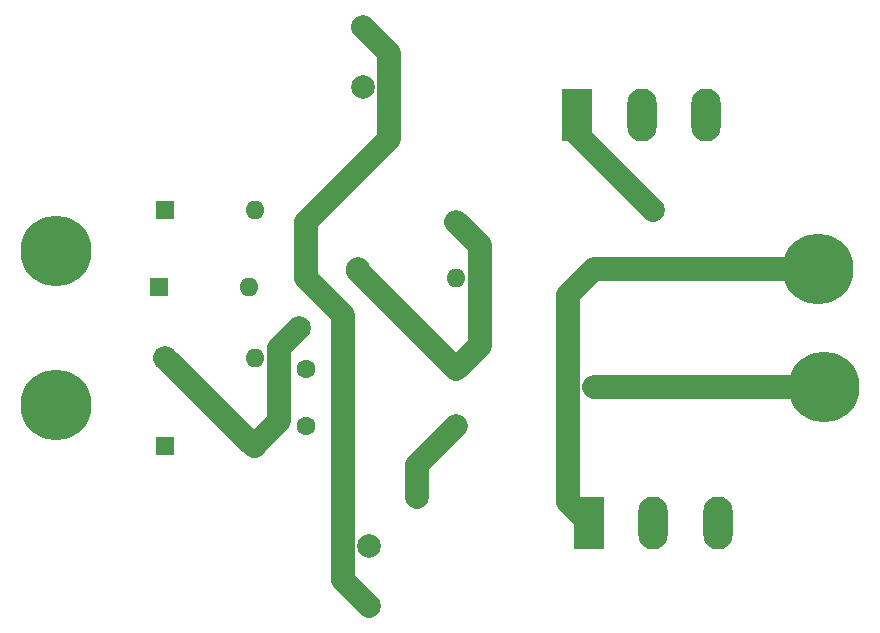
<source format=gbr>
%TF.GenerationSoftware,KiCad,Pcbnew,8.0.7*%
%TF.CreationDate,2025-10-16T17:38:00-07:00*%
%TF.ProjectId,ZVS Driver,5a565320-4472-4697-9665-722e6b696361,rev?*%
%TF.SameCoordinates,Original*%
%TF.FileFunction,Copper,L2,Bot*%
%TF.FilePolarity,Positive*%
%FSLAX46Y46*%
G04 Gerber Fmt 4.6, Leading zero omitted, Abs format (unit mm)*
G04 Created by KiCad (PCBNEW 8.0.7) date 2025-10-16 17:38:00*
%MOMM*%
%LPD*%
G01*
G04 APERTURE LIST*
%TA.AperFunction,ComponentPad*%
%ADD10C,1.600000*%
%TD*%
%TA.AperFunction,ComponentPad*%
%ADD11O,1.600000X1.600000*%
%TD*%
%TA.AperFunction,ComponentPad*%
%ADD12R,1.600000X1.600000*%
%TD*%
%TA.AperFunction,ComponentPad*%
%ADD13R,2.500000X4.500000*%
%TD*%
%TA.AperFunction,ComponentPad*%
%ADD14O,2.500000X4.500000*%
%TD*%
%TA.AperFunction,ComponentPad*%
%ADD15C,2.000000*%
%TD*%
%TA.AperFunction,ComponentPad*%
%ADD16C,6.000000*%
%TD*%
%TA.AperFunction,ViaPad*%
%ADD17C,0.600000*%
%TD*%
%TA.AperFunction,ViaPad*%
%ADD18C,2.000000*%
%TD*%
%TA.AperFunction,Conductor*%
%ADD19C,2.000000*%
%TD*%
G04 APERTURE END LIST*
D10*
%TO.P,R4,1*%
%TO.N,Net-(D1-A)*%
X165650000Y-93250000D03*
D11*
%TO.P,R4,2*%
%TO.N,GND*%
X178350000Y-93250000D03*
%TD*%
D12*
%TO.P,D2,1,K*%
%TO.N,Net-(D1-A)*%
X153190000Y-81500000D03*
D11*
%TO.P,D2,2,A*%
%TO.N,GND*%
X160810000Y-81500000D03*
%TD*%
D12*
%TO.P,D1,1,K*%
%TO.N,Net-(D1-K)*%
X153690000Y-75000000D03*
D11*
%TO.P,D1,2,A*%
%TO.N,Net-(D1-A)*%
X161310000Y-75000000D03*
%TD*%
D10*
%TO.P,R1,1*%
%TO.N,VCC*%
X165650000Y-76000000D03*
D11*
%TO.P,R1,2*%
%TO.N,Net-(D3-K)*%
X178350000Y-76000000D03*
%TD*%
D13*
%TO.P,Q1,1,D*%
%TO.N,Net-(D1-K)*%
X188600000Y-67000000D03*
D14*
%TO.P,Q1,2,G*%
%TO.N,Net-(D3-K)*%
X194050000Y-67000000D03*
%TO.P,Q1,3,S*%
%TO.N,GND*%
X199500000Y-67000000D03*
%TD*%
D15*
%TO.P,L2,1,1*%
%TO.N,Net-(D4-K)*%
X171000000Y-103460000D03*
%TO.P,L2,2,2*%
%TO.N,VCC*%
X171000000Y-108540000D03*
%TD*%
D10*
%TO.P,R2,1*%
%TO.N,VCC*%
X165650000Y-80750000D03*
D11*
%TO.P,R2,2*%
%TO.N,Net-(D1-A)*%
X178350000Y-80750000D03*
%TD*%
D12*
%TO.P,D3,1,K*%
%TO.N,Net-(D3-K)*%
X153690000Y-87500000D03*
D11*
%TO.P,D3,2,A*%
%TO.N,GND*%
X161310000Y-87500000D03*
%TD*%
D16*
%TO.P,J3,1,Pin_1*%
%TO.N,VCC*%
X144500000Y-78500000D03*
%TD*%
D12*
%TO.P,D4,1,K*%
%TO.N,Net-(D4-K)*%
X153690000Y-95000000D03*
D11*
%TO.P,D4,2,A*%
%TO.N,Net-(D3-K)*%
X161310000Y-95000000D03*
%TD*%
D10*
%TO.P,C1,1*%
%TO.N,Net-(D1-K)*%
X190000000Y-90000000D03*
%TO.P,C1,2*%
%TO.N,Net-(D4-K)*%
X190000000Y-80000000D03*
%TD*%
%TO.P,R3,1*%
%TO.N,GND*%
X165650000Y-88500000D03*
D11*
%TO.P,R3,2*%
%TO.N,Net-(D3-K)*%
X178350000Y-88500000D03*
%TD*%
D16*
%TO.P,J2,1,Pin_1*%
%TO.N,Net-(D1-K)*%
X209500000Y-90000000D03*
%TD*%
D15*
%TO.P,L1,1,1*%
%TO.N,VCC*%
X170500000Y-59500000D03*
%TO.P,L1,2,2*%
%TO.N,Net-(D1-K)*%
X170500000Y-64580000D03*
%TD*%
D16*
%TO.P,J1,1,Pin_1*%
%TO.N,GND*%
X144500000Y-91500000D03*
%TD*%
%TO.P,J4,1,Pin_1*%
%TO.N,Net-(D4-K)*%
X209000000Y-80000000D03*
%TD*%
D13*
%TO.P,Q2,1,D*%
%TO.N,Net-(D4-K)*%
X189600000Y-101500000D03*
D14*
%TO.P,Q2,2,G*%
%TO.N,Net-(D1-A)*%
X195050000Y-101500000D03*
%TO.P,Q2,3,S*%
%TO.N,GND*%
X200500000Y-101500000D03*
%TD*%
D17*
%TO.N,Net-(D4-K)*%
X190000000Y-80000000D03*
D18*
%TO.N,Net-(D1-K)*%
X195000000Y-75000000D03*
%TO.N,GND*%
X175000000Y-99300000D03*
%TO.N,Net-(D3-K)*%
X165000000Y-85000000D03*
X170000000Y-80000000D03*
%TD*%
D19*
%TO.N,Net-(D4-K)*%
X190000000Y-80000000D02*
X209000000Y-80000000D01*
X187800000Y-82200000D02*
X187800000Y-99700000D01*
X187800000Y-99700000D02*
X189600000Y-101500000D01*
X190000000Y-80000000D02*
X187800000Y-82200000D01*
%TO.N,Net-(D1-K)*%
X188600000Y-67000000D02*
X188600000Y-68600000D01*
X188600000Y-68600000D02*
X195000000Y-75000000D01*
X190000000Y-90000000D02*
X209500000Y-90000000D01*
%TO.N,GND*%
X175000000Y-96600000D02*
X178350000Y-93250000D01*
X175000000Y-99300000D02*
X175000000Y-96600000D01*
%TO.N,Net-(D3-K)*%
X180350000Y-86500000D02*
X178350000Y-88500000D01*
X180350000Y-78000000D02*
X180350000Y-86500000D01*
X161190000Y-95000000D02*
X163310000Y-92880000D01*
X163310000Y-86690000D02*
X165000000Y-85000000D01*
X170000000Y-80150000D02*
X178350000Y-88500000D01*
X163310000Y-92880000D02*
X163310000Y-86690000D01*
X170000000Y-80000000D02*
X170000000Y-80150000D01*
X161190000Y-95000000D02*
X153690000Y-87500000D01*
X161310000Y-95000000D02*
X161190000Y-95000000D01*
X178350000Y-76000000D02*
X180350000Y-78000000D01*
%TO.N,VCC*%
X165650000Y-80750000D02*
X168800000Y-83900000D01*
X168800000Y-106340000D02*
X171000000Y-108540000D01*
X172700000Y-61700000D02*
X172700000Y-68950000D01*
X172700000Y-68950000D02*
X165650000Y-76000000D01*
X165650000Y-76000000D02*
X165650000Y-80750000D01*
X168800000Y-83900000D02*
X168800000Y-106340000D01*
X170500000Y-59500000D02*
X172700000Y-61700000D01*
%TD*%
M02*

</source>
